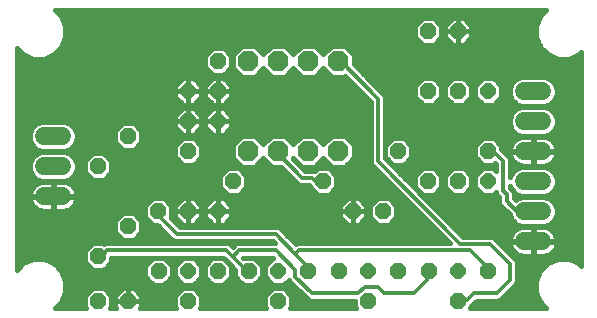
<source format=gbl>
G75*
%MOIN*%
%OFA0B0*%
%FSLAX24Y24*%
%IPPOS*%
%LPD*%
%AMOC8*
5,1,8,0,0,1.08239X$1,22.5*
%
%ADD10OC8,0.0520*%
%ADD11OC8,0.0680*%
%ADD12C,0.0600*%
%ADD13OC8,0.0515*%
%ADD14C,0.0120*%
%ADD15C,0.0160*%
D10*
X003200Y000680D03*
X004200Y000680D03*
X005210Y001680D03*
X006200Y000680D03*
X007190Y001680D03*
X008210Y001680D03*
X009200Y000680D03*
X010190Y001680D03*
X011210Y001680D03*
X012200Y000680D03*
X013190Y001680D03*
X014210Y001680D03*
X015200Y000680D03*
X016190Y001680D03*
X012700Y003680D03*
X011700Y003680D03*
X010700Y004680D03*
X013200Y005680D03*
X014200Y004680D03*
X015200Y004680D03*
X016200Y005680D03*
X015200Y007680D03*
X014200Y007680D03*
X014200Y009680D03*
X015200Y009680D03*
X007200Y008680D03*
X007200Y007680D03*
X006200Y006680D03*
X006200Y005680D03*
X007700Y004680D03*
X006200Y003680D03*
X005200Y003680D03*
X004200Y003180D03*
X003200Y002180D03*
X003200Y005180D03*
X004200Y006180D03*
D11*
X008200Y005680D03*
X009200Y005680D03*
X010200Y005680D03*
X011200Y005680D03*
X011200Y008680D03*
X010200Y008680D03*
X009200Y008680D03*
X008200Y008680D03*
D12*
X002000Y006180D02*
X001400Y006180D01*
X001400Y005180D02*
X002000Y005180D01*
X002000Y004180D02*
X001400Y004180D01*
X017400Y003680D02*
X018000Y003680D01*
X018000Y002680D02*
X017400Y002680D01*
X017400Y004680D02*
X018000Y004680D01*
X018000Y005680D02*
X017400Y005680D01*
X017400Y006680D02*
X018000Y006680D01*
X018000Y007680D02*
X017400Y007680D01*
D13*
X016200Y007680D03*
X016200Y004680D03*
X015200Y001680D03*
X012200Y001680D03*
X009200Y001680D03*
X006200Y001680D03*
X007200Y003680D03*
X007200Y006680D03*
X006200Y007680D03*
D14*
X009110Y005680D02*
X009200Y005680D01*
X009110Y005680D02*
X009990Y004800D01*
X010320Y004800D01*
X010430Y004690D01*
X010650Y004690D01*
X010700Y004680D01*
X012520Y005350D02*
X015270Y002600D01*
X016260Y002600D01*
X016920Y001940D01*
X016920Y001390D01*
X016480Y000950D01*
X015710Y000950D01*
X015490Y000730D01*
X015270Y000730D01*
X015200Y000680D01*
X014170Y001390D02*
X013730Y000950D01*
X012740Y000950D01*
X012520Y001170D01*
X012080Y001170D01*
X011860Y000950D01*
X010320Y000950D01*
X009770Y001500D01*
X009770Y001720D01*
X009110Y002380D01*
X007900Y002380D01*
X007680Y002160D01*
X008120Y001720D01*
X008210Y001680D01*
X007680Y002160D02*
X007460Y002380D01*
X003500Y002380D01*
X003280Y002160D01*
X003200Y002180D01*
X005150Y003590D02*
X005200Y003680D01*
X005150Y003590D02*
X005810Y002930D01*
X009110Y002930D01*
X009770Y002270D01*
X009880Y002380D01*
X015600Y002380D01*
X016150Y001830D01*
X016150Y001720D01*
X016190Y001680D01*
X014210Y001680D02*
X014170Y001610D01*
X014170Y001390D01*
X010190Y001680D02*
X010100Y001720D01*
X010100Y001940D01*
X009770Y002270D01*
X012520Y005350D02*
X012520Y007440D01*
X011310Y008650D01*
X011200Y008650D01*
X011200Y008680D01*
X016200Y005680D02*
X016370Y005680D01*
X016700Y005350D01*
X016700Y004360D01*
X016810Y004250D01*
X016810Y004030D01*
X017140Y003700D01*
X017690Y003700D01*
X017700Y003680D01*
D15*
X001967Y000667D02*
X001760Y000460D01*
X002798Y000460D01*
X002760Y000498D01*
X002760Y000862D01*
X003018Y001120D01*
X003382Y001120D01*
X003640Y000862D01*
X003640Y000498D01*
X003602Y000460D01*
X003798Y000460D01*
X003760Y000498D01*
X003760Y000680D01*
X004200Y000680D01*
X004200Y000680D01*
X004200Y001120D01*
X004382Y001120D01*
X004640Y000862D01*
X004640Y000680D01*
X004200Y000680D01*
X004200Y000680D01*
X004200Y000680D01*
X004200Y001120D01*
X004018Y001120D01*
X003760Y000862D01*
X003760Y000680D01*
X004200Y000680D01*
X004640Y000680D01*
X004640Y000498D01*
X004602Y000460D01*
X005798Y000460D01*
X005760Y000498D01*
X005760Y000862D01*
X006018Y001120D01*
X006382Y001120D01*
X006640Y000862D01*
X006640Y000498D01*
X006602Y000460D01*
X008798Y000460D01*
X008760Y000498D01*
X008760Y000862D01*
X009018Y001120D01*
X009382Y001120D01*
X009640Y000862D01*
X009640Y000498D01*
X009602Y000460D01*
X011798Y000460D01*
X011760Y000498D01*
X011760Y000710D01*
X010272Y000710D01*
X010184Y000747D01*
X009634Y001297D01*
X009567Y001364D01*
X009548Y001409D01*
X009381Y001243D01*
X009019Y001243D01*
X008763Y001499D01*
X008763Y001861D01*
X009019Y002117D01*
X009033Y002117D01*
X009011Y002140D01*
X008039Y002140D01*
X008059Y002120D01*
X008392Y002120D01*
X008650Y001862D01*
X008650Y001498D01*
X008392Y001240D01*
X008028Y001240D01*
X007770Y001498D01*
X007770Y001731D01*
X007544Y001957D01*
X007544Y001957D01*
X007361Y002140D01*
X003640Y002140D01*
X003640Y001998D01*
X003382Y001740D01*
X003018Y001740D01*
X002760Y001998D01*
X002760Y002362D01*
X003018Y002620D01*
X003382Y002620D01*
X003403Y002599D01*
X003452Y002620D01*
X007508Y002620D01*
X007596Y002583D01*
X007680Y002499D01*
X007764Y002583D01*
X007852Y002620D01*
X009081Y002620D01*
X009011Y002690D01*
X005762Y002690D01*
X005674Y002727D01*
X005161Y003240D01*
X005018Y003240D01*
X004760Y003498D01*
X004760Y003862D01*
X005018Y004120D01*
X005382Y004120D01*
X005640Y003862D01*
X005640Y003498D01*
X005611Y003469D01*
X005909Y003170D01*
X009158Y003170D01*
X009246Y003133D01*
X009313Y003066D01*
X009781Y002599D01*
X009832Y002620D01*
X014911Y002620D01*
X012317Y005214D01*
X012280Y005302D01*
X012280Y007341D01*
X011438Y008183D01*
X011415Y008160D01*
X010985Y008160D01*
X010700Y008445D01*
X010415Y008160D01*
X009985Y008160D01*
X009700Y008445D01*
X009415Y008160D01*
X008985Y008160D01*
X008700Y008445D01*
X008415Y008160D01*
X007985Y008160D01*
X007680Y008465D01*
X007680Y008895D01*
X007985Y009200D01*
X008415Y009200D01*
X008700Y008915D01*
X008985Y009200D01*
X009415Y009200D01*
X009700Y008915D01*
X009985Y009200D01*
X010415Y009200D01*
X010700Y008915D01*
X010985Y009200D01*
X011415Y009200D01*
X011720Y008895D01*
X011720Y008579D01*
X012656Y007643D01*
X012723Y007576D01*
X012760Y007488D01*
X012760Y005449D01*
X015369Y002840D01*
X016308Y002840D01*
X016396Y002803D01*
X017056Y002143D01*
X017123Y002076D01*
X017160Y001988D01*
X017160Y001342D01*
X017123Y001254D01*
X016683Y000814D01*
X017872Y000814D01*
X017933Y000667D02*
X018140Y000460D01*
X015602Y000460D01*
X015640Y000498D01*
X015640Y000541D01*
X015693Y000594D01*
X015809Y000710D01*
X016528Y000710D01*
X016616Y000747D01*
X016683Y000814D01*
X016842Y000973D02*
X017806Y000973D01*
X017795Y001000D02*
X017933Y000667D01*
X017945Y000656D02*
X015755Y000656D01*
X015639Y000497D02*
X018103Y000497D01*
X017795Y001000D02*
X017795Y001360D01*
X017933Y001693D01*
X018187Y001947D01*
X018520Y002085D01*
X018880Y002085D01*
X019213Y001947D01*
X019290Y001870D01*
X019290Y008990D01*
X019213Y008913D01*
X018880Y008775D01*
X018520Y008775D01*
X018187Y008913D01*
X017933Y009167D01*
X017795Y009500D01*
X017795Y009860D01*
X017933Y010193D01*
X018136Y010396D01*
X001764Y010396D01*
X001967Y010193D01*
X002105Y009860D01*
X002105Y009500D01*
X001967Y009167D01*
X001713Y008913D01*
X001380Y008775D01*
X001020Y008775D01*
X000687Y008913D01*
X000480Y009120D01*
X000480Y001740D01*
X000687Y001947D01*
X001020Y002085D01*
X001380Y002085D01*
X001713Y001947D01*
X001967Y001693D01*
X002105Y001360D01*
X002105Y001000D01*
X001967Y000667D01*
X001955Y000656D02*
X002760Y000656D01*
X002760Y000814D02*
X002028Y000814D01*
X002094Y000973D02*
X002870Y000973D01*
X003530Y000973D02*
X003870Y000973D01*
X003760Y000814D02*
X003640Y000814D01*
X003640Y000656D02*
X003760Y000656D01*
X003761Y000497D02*
X003639Y000497D01*
X004200Y000814D02*
X004200Y000814D01*
X004200Y000973D02*
X004200Y000973D01*
X004530Y000973D02*
X005870Y000973D01*
X005760Y000814D02*
X004640Y000814D01*
X004640Y000656D02*
X005760Y000656D01*
X005761Y000497D02*
X004639Y000497D01*
X005028Y001240D02*
X005392Y001240D01*
X005650Y001498D01*
X005650Y001862D01*
X005392Y002120D01*
X005028Y002120D01*
X004770Y001862D01*
X004770Y001498D01*
X005028Y001240D01*
X004978Y001290D02*
X002105Y001290D01*
X002105Y001131D02*
X009800Y001131D01*
X009641Y001290D02*
X009428Y001290D01*
X008972Y001290D02*
X008442Y001290D01*
X008600Y001448D02*
X008813Y001448D01*
X008763Y001607D02*
X008650Y001607D01*
X008650Y001765D02*
X008763Y001765D01*
X008825Y001924D02*
X008589Y001924D01*
X008430Y002082D02*
X008983Y002082D01*
X009663Y002716D02*
X014815Y002716D01*
X014656Y002875D02*
X009505Y002875D01*
X009346Y003033D02*
X014498Y003033D01*
X014339Y003192D02*
X005888Y003192D01*
X006018Y003240D02*
X006200Y003240D01*
X006382Y003240D01*
X006640Y003498D01*
X006640Y003680D01*
X006640Y003862D01*
X006382Y004120D01*
X006200Y004120D01*
X006200Y003680D01*
X006640Y003680D01*
X006200Y003680D01*
X006200Y003680D01*
X006200Y003680D01*
X006200Y003240D01*
X006200Y003680D01*
X006200Y003680D01*
X006200Y003680D01*
X005760Y003680D01*
X005760Y003862D01*
X006018Y004120D01*
X006200Y004120D01*
X006200Y003680D01*
X005760Y003680D01*
X005760Y003498D01*
X006018Y003240D01*
X005908Y003350D02*
X005729Y003350D01*
X005760Y003509D02*
X005640Y003509D01*
X005640Y003667D02*
X005760Y003667D01*
X005760Y003826D02*
X005640Y003826D01*
X005518Y003984D02*
X005882Y003984D01*
X006200Y003984D02*
X006200Y003984D01*
X006200Y003826D02*
X006200Y003826D01*
X006518Y003984D02*
X006885Y003984D01*
X006763Y003861D02*
X006763Y003680D01*
X007200Y003680D01*
X007637Y003680D01*
X007200Y003680D01*
X007200Y003680D01*
X007200Y003680D01*
X007200Y004117D01*
X007381Y004117D01*
X007637Y003861D01*
X007637Y003680D01*
X007637Y003499D01*
X007381Y003243D01*
X007200Y003243D01*
X007200Y003680D01*
X007200Y003680D01*
X007200Y003680D01*
X007200Y004117D01*
X007019Y004117D01*
X006763Y003861D01*
X006763Y003826D02*
X006640Y003826D01*
X006640Y003667D02*
X006763Y003667D01*
X006763Y003680D02*
X006763Y003499D01*
X007019Y003243D01*
X007200Y003243D01*
X007200Y003680D01*
X006763Y003680D01*
X006763Y003509D02*
X006640Y003509D01*
X006492Y003350D02*
X006911Y003350D01*
X007200Y003350D02*
X007200Y003350D01*
X007489Y003350D02*
X011408Y003350D01*
X011518Y003240D02*
X011700Y003240D01*
X011882Y003240D01*
X012140Y003498D01*
X012140Y003680D01*
X012140Y003862D01*
X011882Y004120D01*
X011700Y004120D01*
X011700Y003680D01*
X012140Y003680D01*
X011700Y003680D01*
X011700Y003680D01*
X011700Y003680D01*
X011700Y003240D01*
X011700Y003680D01*
X011700Y003680D01*
X011700Y003680D01*
X011260Y003680D01*
X011260Y003862D01*
X011518Y004120D01*
X011700Y004120D01*
X011700Y003680D01*
X011260Y003680D01*
X011260Y003498D01*
X011518Y003240D01*
X011700Y003350D02*
X011700Y003350D01*
X011700Y003509D02*
X011700Y003509D01*
X011700Y003667D02*
X011700Y003667D01*
X011700Y003826D02*
X011700Y003826D01*
X011700Y003984D02*
X011700Y003984D01*
X011382Y003984D02*
X007515Y003984D01*
X007637Y003826D02*
X011260Y003826D01*
X011260Y003667D02*
X007637Y003667D01*
X007637Y003509D02*
X011260Y003509D01*
X011992Y003350D02*
X012408Y003350D01*
X012518Y003240D02*
X012882Y003240D01*
X013140Y003498D01*
X013140Y003862D01*
X012882Y004120D01*
X012518Y004120D01*
X012260Y003862D01*
X012260Y003498D01*
X012518Y003240D01*
X012260Y003509D02*
X012140Y003509D01*
X012140Y003667D02*
X012260Y003667D01*
X012260Y003826D02*
X012140Y003826D01*
X012018Y003984D02*
X012382Y003984D01*
X013018Y003984D02*
X013547Y003984D01*
X013705Y003826D02*
X013140Y003826D01*
X013140Y003667D02*
X013864Y003667D01*
X014022Y003509D02*
X013140Y003509D01*
X012992Y003350D02*
X014181Y003350D01*
X014701Y003509D02*
X016951Y003509D01*
X016923Y003578D02*
X016993Y003408D01*
X017128Y003273D01*
X017305Y003200D01*
X018095Y003200D01*
X018272Y003273D01*
X018407Y003408D01*
X018480Y003585D01*
X018480Y003775D01*
X018407Y003952D01*
X018272Y004087D01*
X018095Y004160D01*
X017305Y004160D01*
X017128Y004087D01*
X017110Y004069D01*
X017050Y004129D01*
X017050Y004298D01*
X017013Y004386D01*
X016940Y004459D01*
X016940Y004536D01*
X016993Y004408D01*
X017128Y004273D01*
X017305Y004200D01*
X018095Y004200D01*
X018272Y004273D01*
X018407Y004408D01*
X018480Y004585D01*
X018480Y004775D01*
X018407Y004952D01*
X018272Y005087D01*
X018095Y005160D01*
X017305Y005160D01*
X017128Y005087D01*
X016993Y004952D01*
X016940Y004824D01*
X016940Y005398D01*
X016903Y005486D01*
X016640Y005749D01*
X016640Y005862D01*
X016382Y006120D01*
X016018Y006120D01*
X015760Y005862D01*
X015760Y005498D01*
X016018Y005240D01*
X016382Y005240D01*
X016426Y005284D01*
X016460Y005251D01*
X016460Y005039D01*
X016381Y005117D01*
X016019Y005117D01*
X015763Y004861D01*
X015763Y004499D01*
X016019Y004243D01*
X016381Y004243D01*
X016460Y004321D01*
X016460Y004312D01*
X016497Y004224D01*
X016564Y004157D01*
X016570Y004151D01*
X016570Y003982D01*
X016607Y003894D01*
X016674Y003827D01*
X016923Y003578D01*
X016834Y003667D02*
X014542Y003667D01*
X014384Y003826D02*
X016675Y003826D01*
X016570Y003984D02*
X014225Y003984D01*
X014067Y004143D02*
X016570Y004143D01*
X016465Y004301D02*
X016440Y004301D01*
X015960Y004301D02*
X015443Y004301D01*
X015382Y004240D02*
X015640Y004498D01*
X015640Y004862D01*
X015382Y005120D01*
X015018Y005120D01*
X014760Y004862D01*
X014760Y004498D01*
X015018Y004240D01*
X015382Y004240D01*
X015602Y004460D02*
X015802Y004460D01*
X015763Y004618D02*
X015640Y004618D01*
X015640Y004777D02*
X015763Y004777D01*
X015836Y004935D02*
X015567Y004935D01*
X015409Y005094D02*
X015995Y005094D01*
X016006Y005252D02*
X013394Y005252D01*
X013382Y005240D02*
X013640Y005498D01*
X013640Y005862D01*
X013382Y006120D01*
X013018Y006120D01*
X012760Y005862D01*
X012760Y005498D01*
X013018Y005240D01*
X013382Y005240D01*
X013553Y005411D02*
X015847Y005411D01*
X015760Y005569D02*
X013640Y005569D01*
X013640Y005728D02*
X015760Y005728D01*
X015784Y005886D02*
X013616Y005886D01*
X013458Y006045D02*
X015942Y006045D01*
X016458Y006045D02*
X017086Y006045D01*
X017087Y006046D02*
X017034Y005993D01*
X016989Y005932D01*
X016955Y005864D01*
X016932Y005792D01*
X016920Y005718D01*
X016920Y005700D01*
X017680Y005700D01*
X017680Y006160D01*
X017362Y006160D01*
X017288Y006148D01*
X017216Y006125D01*
X017148Y006091D01*
X017087Y006046D01*
X016966Y005886D02*
X016616Y005886D01*
X016662Y005728D02*
X016922Y005728D01*
X016920Y005660D02*
X016920Y005642D01*
X016932Y005568D01*
X016955Y005496D01*
X016989Y005428D01*
X017034Y005367D01*
X017087Y005314D01*
X017148Y005269D01*
X017216Y005235D01*
X017288Y005212D01*
X017362Y005200D01*
X017680Y005200D01*
X017680Y005660D01*
X017720Y005660D01*
X017720Y005700D01*
X017680Y005700D01*
X017680Y005660D01*
X016920Y005660D01*
X016932Y005569D02*
X016820Y005569D01*
X016935Y005411D02*
X017002Y005411D01*
X016940Y005252D02*
X017183Y005252D01*
X017144Y005094D02*
X016940Y005094D01*
X016940Y004935D02*
X016986Y004935D01*
X016460Y005094D02*
X016405Y005094D01*
X016394Y005252D02*
X016459Y005252D01*
X017680Y005252D02*
X017720Y005252D01*
X017720Y005200D02*
X018038Y005200D01*
X018112Y005212D01*
X018184Y005235D01*
X018252Y005269D01*
X018313Y005314D01*
X018366Y005367D01*
X018411Y005428D01*
X018445Y005496D01*
X018468Y005568D01*
X018480Y005642D01*
X018480Y005660D01*
X017720Y005660D01*
X017720Y005200D01*
X017720Y005411D02*
X017680Y005411D01*
X017680Y005569D02*
X017720Y005569D01*
X017720Y005700D02*
X018480Y005700D01*
X018480Y005718D01*
X018468Y005792D01*
X018445Y005864D01*
X018411Y005932D01*
X018366Y005993D01*
X018313Y006046D01*
X018252Y006091D01*
X018184Y006125D01*
X018112Y006148D01*
X018038Y006160D01*
X017720Y006160D01*
X017720Y005700D01*
X017720Y005728D02*
X017680Y005728D01*
X017680Y005886D02*
X017720Y005886D01*
X017720Y006045D02*
X017680Y006045D01*
X017305Y006200D02*
X017128Y006273D01*
X016993Y006408D01*
X016920Y006585D01*
X016920Y006775D01*
X016993Y006952D01*
X017128Y007087D01*
X017305Y007160D01*
X018095Y007160D01*
X018272Y007087D01*
X018407Y006952D01*
X018480Y006775D01*
X018480Y006585D01*
X018407Y006408D01*
X018272Y006273D01*
X018095Y006200D01*
X017305Y006200D01*
X017297Y006203D02*
X012760Y006203D01*
X012760Y006362D02*
X017040Y006362D01*
X016947Y006520D02*
X012760Y006520D01*
X012760Y006679D02*
X016920Y006679D01*
X016945Y006837D02*
X012760Y006837D01*
X012760Y006996D02*
X017037Y006996D01*
X017290Y007154D02*
X012760Y007154D01*
X012760Y007313D02*
X013945Y007313D01*
X014018Y007240D02*
X014382Y007240D01*
X014640Y007498D01*
X014640Y007862D01*
X014382Y008120D01*
X014018Y008120D01*
X013760Y007862D01*
X013760Y007498D01*
X014018Y007240D01*
X013787Y007471D02*
X012760Y007471D01*
X012670Y007630D02*
X013760Y007630D01*
X013760Y007788D02*
X012511Y007788D01*
X012353Y007947D02*
X013844Y007947D01*
X014003Y008105D02*
X012194Y008105D01*
X012036Y008264D02*
X019290Y008264D01*
X019290Y008422D02*
X011877Y008422D01*
X011720Y008581D02*
X019290Y008581D01*
X019290Y008739D02*
X011720Y008739D01*
X011718Y008898D02*
X018224Y008898D01*
X018044Y009056D02*
X011559Y009056D01*
X010841Y009056D02*
X010559Y009056D01*
X009841Y009056D02*
X009559Y009056D01*
X008841Y009056D02*
X008559Y009056D01*
X007841Y009056D02*
X007446Y009056D01*
X007382Y009120D02*
X007018Y009120D01*
X006760Y008862D01*
X006760Y008498D01*
X007018Y008240D01*
X007382Y008240D01*
X007640Y008498D01*
X007640Y008862D01*
X007382Y009120D01*
X007605Y008898D02*
X007682Y008898D01*
X007680Y008739D02*
X007640Y008739D01*
X007640Y008581D02*
X007680Y008581D01*
X007723Y008422D02*
X007564Y008422D01*
X007406Y008264D02*
X007881Y008264D01*
X007640Y007862D02*
X007382Y008120D01*
X007200Y008120D01*
X007200Y007680D01*
X007200Y007680D01*
X007640Y007680D01*
X007640Y007862D01*
X007640Y007788D02*
X011833Y007788D01*
X011991Y007630D02*
X007640Y007630D01*
X007640Y007680D02*
X007200Y007680D01*
X007200Y007680D01*
X007200Y007680D01*
X006760Y007680D01*
X006760Y007862D01*
X007018Y008120D01*
X007200Y008120D01*
X007200Y007680D01*
X007200Y007240D01*
X007382Y007240D01*
X007640Y007498D01*
X007640Y007680D01*
X007613Y007471D02*
X012150Y007471D01*
X012280Y007313D02*
X007455Y007313D01*
X007200Y007313D02*
X007200Y007313D01*
X007200Y007240D02*
X007018Y007240D01*
X006760Y007498D01*
X006760Y007680D01*
X007200Y007680D01*
X007200Y007680D01*
X007200Y007240D01*
X007200Y007117D02*
X007019Y007117D01*
X006763Y006861D01*
X006763Y006680D01*
X007200Y006680D01*
X007637Y006680D01*
X007200Y006680D01*
X007200Y006680D01*
X007200Y006680D01*
X007200Y007117D01*
X007381Y007117D01*
X007637Y006861D01*
X007637Y006680D01*
X007637Y006499D01*
X007381Y006243D01*
X007200Y006243D01*
X007200Y006680D01*
X007200Y006680D01*
X007200Y006680D01*
X007200Y007117D01*
X007200Y006996D02*
X007200Y006996D01*
X007503Y006996D02*
X012280Y006996D01*
X012280Y007154D02*
X000480Y007154D01*
X000480Y006996D02*
X005893Y006996D01*
X006018Y007120D02*
X005760Y006862D01*
X005760Y006680D01*
X006200Y006680D01*
X006200Y006680D01*
X006200Y007120D01*
X006382Y007120D01*
X006640Y006862D01*
X006640Y006680D01*
X006200Y006680D01*
X006200Y006680D01*
X006200Y006680D01*
X006200Y007120D01*
X006018Y007120D01*
X006019Y007243D02*
X006200Y007243D01*
X006381Y007243D01*
X006637Y007499D01*
X006637Y007680D01*
X006200Y007680D01*
X006637Y007680D01*
X006637Y007861D01*
X006381Y008117D01*
X006200Y008117D01*
X006019Y008117D01*
X005763Y007861D01*
X005763Y007680D01*
X006200Y007680D01*
X006200Y007680D01*
X006200Y007680D01*
X006200Y008117D01*
X006200Y007680D01*
X006200Y007243D01*
X006200Y007680D01*
X006200Y007680D01*
X006200Y007680D01*
X005763Y007680D01*
X005763Y007499D01*
X006019Y007243D01*
X005949Y007313D02*
X000480Y007313D01*
X000480Y007471D02*
X005790Y007471D01*
X005763Y007630D02*
X000480Y007630D01*
X000480Y007788D02*
X005763Y007788D01*
X005848Y007947D02*
X000480Y007947D01*
X000480Y008105D02*
X006006Y008105D01*
X006200Y008105D02*
X006200Y008105D01*
X006200Y007947D02*
X006200Y007947D01*
X006394Y008105D02*
X007003Y008105D01*
X007200Y008105D02*
X007200Y008105D01*
X007200Y007947D02*
X007200Y007947D01*
X007397Y008105D02*
X011516Y008105D01*
X011674Y007947D02*
X007556Y007947D01*
X007200Y007788D02*
X007200Y007788D01*
X007200Y007630D02*
X007200Y007630D01*
X007200Y007471D02*
X007200Y007471D01*
X006945Y007313D02*
X006451Y007313D01*
X006610Y007471D02*
X006787Y007471D01*
X006760Y007630D02*
X006637Y007630D01*
X006637Y007788D02*
X006760Y007788D01*
X006844Y007947D02*
X006552Y007947D01*
X006200Y007788D02*
X006200Y007788D01*
X006200Y007630D02*
X006200Y007630D01*
X006200Y007471D02*
X006200Y007471D01*
X006200Y007313D02*
X006200Y007313D01*
X006200Y006996D02*
X006200Y006996D01*
X006507Y006996D02*
X006897Y006996D01*
X006763Y006837D02*
X006640Y006837D01*
X006640Y006680D02*
X006200Y006680D01*
X006200Y006240D01*
X006382Y006240D01*
X006640Y006498D01*
X006640Y006680D01*
X006640Y006679D02*
X006763Y006679D01*
X006763Y006680D02*
X006763Y006499D01*
X007019Y006243D01*
X007200Y006243D01*
X007200Y006680D01*
X006763Y006680D01*
X006763Y006520D02*
X006640Y006520D01*
X006504Y006362D02*
X006900Y006362D01*
X007200Y006362D02*
X007200Y006362D01*
X007500Y006362D02*
X012280Y006362D01*
X012280Y006203D02*
X004640Y006203D01*
X004640Y006362D02*
X005896Y006362D01*
X006018Y006240D02*
X005760Y006498D01*
X005760Y006680D01*
X006200Y006680D01*
X006200Y006680D01*
X006200Y006240D01*
X006018Y006240D01*
X006018Y006120D02*
X005760Y005862D01*
X005760Y005498D01*
X006018Y005240D01*
X006382Y005240D01*
X006640Y005498D01*
X006640Y005862D01*
X006382Y006120D01*
X006018Y006120D01*
X005942Y006045D02*
X004640Y006045D01*
X004640Y005998D02*
X004382Y005740D01*
X004018Y005740D01*
X003760Y005998D01*
X003760Y006362D01*
X004018Y006620D01*
X004382Y006620D01*
X004640Y006362D01*
X004640Y005998D01*
X004528Y005886D02*
X005784Y005886D01*
X005760Y005728D02*
X002162Y005728D01*
X002095Y005700D02*
X002272Y005773D01*
X002407Y005908D01*
X002480Y006085D01*
X002480Y006275D01*
X002407Y006452D01*
X002272Y006587D01*
X002095Y006660D01*
X001305Y006660D01*
X001128Y006587D01*
X000993Y006452D01*
X000920Y006275D01*
X000920Y006085D01*
X000993Y005908D01*
X001128Y005773D01*
X001305Y005700D01*
X002095Y005700D01*
X002095Y005660D02*
X002272Y005587D01*
X002407Y005452D01*
X002480Y005275D01*
X002480Y005085D01*
X002407Y004908D01*
X002272Y004773D01*
X002095Y004700D01*
X001305Y004700D01*
X001128Y004773D01*
X000993Y004908D01*
X000920Y005085D01*
X000920Y005275D01*
X000993Y005452D01*
X001128Y005587D01*
X001305Y005660D01*
X002095Y005660D01*
X002290Y005569D02*
X002967Y005569D01*
X003018Y005620D02*
X002760Y005362D01*
X002760Y004998D01*
X003018Y004740D01*
X003382Y004740D01*
X003640Y004998D01*
X003640Y005362D01*
X003382Y005620D01*
X003018Y005620D01*
X002808Y005411D02*
X002424Y005411D01*
X002480Y005252D02*
X002760Y005252D01*
X002760Y005094D02*
X002480Y005094D01*
X002418Y004935D02*
X002823Y004935D01*
X002981Y004777D02*
X002275Y004777D01*
X002198Y004618D02*
X007260Y004618D01*
X007260Y004498D02*
X007518Y004240D01*
X007882Y004240D01*
X008140Y004498D01*
X008140Y004862D01*
X007882Y005120D01*
X007518Y005120D01*
X007260Y004862D01*
X007260Y004498D01*
X007298Y004460D02*
X002390Y004460D01*
X002411Y004432D02*
X002366Y004493D01*
X002313Y004546D01*
X002252Y004591D01*
X002184Y004625D01*
X002112Y004648D01*
X002038Y004660D01*
X001720Y004660D01*
X001720Y004200D01*
X001680Y004200D01*
X001680Y004660D01*
X001362Y004660D01*
X001288Y004648D01*
X001216Y004625D01*
X001148Y004591D01*
X001087Y004546D01*
X001034Y004493D01*
X000989Y004432D01*
X000955Y004364D01*
X000932Y004292D01*
X000920Y004218D01*
X000920Y004200D01*
X001680Y004200D01*
X001680Y004160D01*
X001720Y004160D01*
X001720Y004200D01*
X002480Y004200D01*
X002480Y004218D01*
X002468Y004292D01*
X002445Y004364D01*
X002411Y004432D01*
X002465Y004301D02*
X007457Y004301D01*
X007943Y004301D02*
X010457Y004301D01*
X010518Y004240D02*
X010882Y004240D01*
X011140Y004498D01*
X011140Y004862D01*
X010882Y005120D01*
X010518Y005120D01*
X010417Y005019D01*
X010368Y005040D01*
X010089Y005040D01*
X009692Y005437D01*
X009700Y005445D01*
X009985Y005160D01*
X010415Y005160D01*
X010700Y005445D01*
X010985Y005160D01*
X011415Y005160D01*
X011720Y005465D01*
X011720Y005895D01*
X011415Y006200D01*
X010985Y006200D01*
X010700Y005915D01*
X010415Y006200D01*
X009985Y006200D01*
X009700Y005915D01*
X009415Y006200D01*
X008985Y006200D01*
X008700Y005915D01*
X008415Y006200D01*
X007985Y006200D01*
X007680Y005895D01*
X007680Y005465D01*
X007985Y005160D01*
X008415Y005160D01*
X008700Y005445D01*
X008985Y005160D01*
X009291Y005160D01*
X009854Y004597D01*
X009942Y004560D01*
X010221Y004560D01*
X010260Y004521D01*
X010260Y004498D01*
X010518Y004240D01*
X010298Y004460D02*
X008102Y004460D01*
X008140Y004618D02*
X009833Y004618D01*
X009674Y004777D02*
X008140Y004777D01*
X008067Y004935D02*
X009516Y004935D01*
X009357Y005094D02*
X007909Y005094D01*
X007893Y005252D02*
X006394Y005252D01*
X006553Y005411D02*
X007734Y005411D01*
X007680Y005569D02*
X006640Y005569D01*
X006640Y005728D02*
X007680Y005728D01*
X007680Y005886D02*
X006616Y005886D01*
X006458Y006045D02*
X007829Y006045D01*
X008571Y006045D02*
X008829Y006045D01*
X009571Y006045D02*
X009829Y006045D01*
X010571Y006045D02*
X010829Y006045D01*
X011571Y006045D02*
X012280Y006045D01*
X012280Y005886D02*
X011720Y005886D01*
X011720Y005728D02*
X012280Y005728D01*
X012280Y005569D02*
X011720Y005569D01*
X011666Y005411D02*
X012280Y005411D01*
X012301Y005252D02*
X011507Y005252D01*
X011067Y004935D02*
X012596Y004935D01*
X012437Y005094D02*
X010909Y005094D01*
X010893Y005252D02*
X010507Y005252D01*
X010666Y005411D02*
X010734Y005411D01*
X010491Y005094D02*
X010036Y005094D01*
X009893Y005252D02*
X009877Y005252D01*
X009734Y005411D02*
X009719Y005411D01*
X008893Y005252D02*
X008507Y005252D01*
X008666Y005411D02*
X008734Y005411D01*
X007491Y005094D02*
X003640Y005094D01*
X003577Y004935D02*
X007333Y004935D01*
X007260Y004777D02*
X003419Y004777D01*
X003640Y005252D02*
X006006Y005252D01*
X005847Y005411D02*
X003592Y005411D01*
X003433Y005569D02*
X005760Y005569D01*
X006200Y006362D02*
X006200Y006362D01*
X006200Y006520D02*
X006200Y006520D01*
X006200Y006679D02*
X006200Y006679D01*
X006200Y006837D02*
X006200Y006837D01*
X005760Y006837D02*
X000480Y006837D01*
X000480Y006679D02*
X005760Y006679D01*
X005760Y006520D02*
X004482Y006520D01*
X003918Y006520D02*
X002339Y006520D01*
X002444Y006362D02*
X003760Y006362D01*
X003760Y006203D02*
X002480Y006203D01*
X002463Y006045D02*
X003760Y006045D01*
X003872Y005886D02*
X002385Y005886D01*
X001238Y005728D02*
X000480Y005728D01*
X000480Y005569D02*
X001110Y005569D01*
X000976Y005411D02*
X000480Y005411D01*
X000480Y005252D02*
X000920Y005252D01*
X000920Y005094D02*
X000480Y005094D01*
X000480Y004935D02*
X000982Y004935D01*
X001125Y004777D02*
X000480Y004777D01*
X000480Y004618D02*
X001202Y004618D01*
X001010Y004460D02*
X000480Y004460D01*
X000480Y004301D02*
X000935Y004301D01*
X000920Y004160D02*
X000920Y004142D01*
X000932Y004068D01*
X000955Y003996D01*
X000989Y003928D01*
X001034Y003867D01*
X001087Y003814D01*
X001148Y003769D01*
X001216Y003735D01*
X001288Y003712D01*
X001362Y003700D01*
X001680Y003700D01*
X001680Y004160D01*
X000920Y004160D01*
X000920Y004143D02*
X000480Y004143D01*
X000480Y003984D02*
X000961Y003984D01*
X001076Y003826D02*
X000480Y003826D01*
X000480Y003667D02*
X004760Y003667D01*
X004760Y003509D02*
X004494Y003509D01*
X004382Y003620D02*
X004018Y003620D01*
X003760Y003362D01*
X003760Y002998D01*
X004018Y002740D01*
X004382Y002740D01*
X004640Y002998D01*
X004640Y003362D01*
X004382Y003620D01*
X004760Y003826D02*
X002324Y003826D01*
X002313Y003814D02*
X002366Y003867D01*
X002411Y003928D01*
X002445Y003996D01*
X002468Y004068D01*
X002480Y004142D01*
X002480Y004160D01*
X001720Y004160D01*
X001720Y003700D01*
X002038Y003700D01*
X002112Y003712D01*
X002184Y003735D01*
X002252Y003769D01*
X002313Y003814D01*
X002439Y003984D02*
X004882Y003984D01*
X003906Y003509D02*
X000480Y003509D01*
X000480Y003350D02*
X003760Y003350D01*
X003760Y003192D02*
X000480Y003192D01*
X000480Y003033D02*
X003760Y003033D01*
X003883Y002875D02*
X000480Y002875D01*
X000480Y002716D02*
X005699Y002716D01*
X005526Y002875D02*
X004517Y002875D01*
X004640Y003033D02*
X005368Y003033D01*
X005209Y003192D02*
X004640Y003192D01*
X004640Y003350D02*
X004908Y003350D01*
X006200Y003350D02*
X006200Y003350D01*
X006200Y003509D02*
X006200Y003509D01*
X006200Y003667D02*
X006200Y003667D01*
X007200Y003667D02*
X007200Y003667D01*
X007200Y003509D02*
X007200Y003509D01*
X007200Y003826D02*
X007200Y003826D01*
X007200Y003984D02*
X007200Y003984D01*
X007622Y002558D02*
X007738Y002558D01*
X007372Y002120D02*
X007008Y002120D01*
X006750Y001862D01*
X006750Y001498D01*
X007008Y001240D01*
X007372Y001240D01*
X007630Y001498D01*
X007630Y001862D01*
X007372Y002120D01*
X007410Y002082D02*
X007419Y002082D01*
X007569Y001924D02*
X007577Y001924D01*
X007630Y001765D02*
X007736Y001765D01*
X007770Y001607D02*
X007630Y001607D01*
X007580Y001448D02*
X007820Y001448D01*
X007978Y001290D02*
X007422Y001290D01*
X006958Y001290D02*
X006428Y001290D01*
X006381Y001243D02*
X006637Y001499D01*
X006637Y001861D01*
X006381Y002117D01*
X006019Y002117D01*
X005763Y001861D01*
X005763Y001499D01*
X006019Y001243D01*
X006381Y001243D01*
X006587Y001448D02*
X006800Y001448D01*
X006750Y001607D02*
X006637Y001607D01*
X006637Y001765D02*
X006750Y001765D01*
X006811Y001924D02*
X006575Y001924D01*
X006417Y002082D02*
X006970Y002082D01*
X005983Y002082D02*
X005430Y002082D01*
X005589Y001924D02*
X005825Y001924D01*
X005763Y001765D02*
X005650Y001765D01*
X005650Y001607D02*
X005763Y001607D01*
X005813Y001448D02*
X005600Y001448D01*
X005442Y001290D02*
X005972Y001290D01*
X006530Y000973D02*
X008870Y000973D01*
X008760Y000814D02*
X006640Y000814D01*
X006640Y000656D02*
X008760Y000656D01*
X008761Y000497D02*
X006639Y000497D01*
X004820Y001448D02*
X002069Y001448D01*
X002003Y001607D02*
X004770Y001607D01*
X004770Y001765D02*
X003407Y001765D01*
X003566Y001924D02*
X004831Y001924D01*
X004990Y002082D02*
X003640Y002082D01*
X002993Y001765D02*
X001895Y001765D01*
X001736Y001924D02*
X002834Y001924D01*
X002760Y002082D02*
X001387Y002082D01*
X001013Y002082D02*
X000480Y002082D01*
X000480Y002241D02*
X002760Y002241D01*
X002797Y002399D02*
X000480Y002399D01*
X000480Y002558D02*
X002955Y002558D01*
X000664Y001924D02*
X000480Y001924D01*
X000480Y001765D02*
X000505Y001765D01*
X001797Y000497D02*
X002761Y000497D01*
X001720Y003826D02*
X001680Y003826D01*
X001680Y003984D02*
X001720Y003984D01*
X001720Y004143D02*
X001680Y004143D01*
X001680Y004301D02*
X001720Y004301D01*
X001720Y004460D02*
X001680Y004460D01*
X001680Y004618D02*
X001720Y004618D01*
X002480Y004143D02*
X013388Y004143D01*
X013230Y004301D02*
X010943Y004301D01*
X011102Y004460D02*
X013071Y004460D01*
X012913Y004618D02*
X011140Y004618D01*
X011140Y004777D02*
X012754Y004777D01*
X013274Y004935D02*
X013833Y004935D01*
X013760Y004862D02*
X013760Y004498D01*
X014018Y004240D01*
X014382Y004240D01*
X014640Y004498D01*
X014640Y004862D01*
X014382Y005120D01*
X014018Y005120D01*
X013760Y004862D01*
X013760Y004777D02*
X013433Y004777D01*
X013591Y004618D02*
X013760Y004618D01*
X013750Y004460D02*
X013798Y004460D01*
X013908Y004301D02*
X013957Y004301D01*
X014443Y004301D02*
X014957Y004301D01*
X014798Y004460D02*
X014602Y004460D01*
X014640Y004618D02*
X014760Y004618D01*
X014760Y004777D02*
X014640Y004777D01*
X014567Y004935D02*
X014833Y004935D01*
X014991Y005094D02*
X014409Y005094D01*
X013991Y005094D02*
X013116Y005094D01*
X013006Y005252D02*
X012957Y005252D01*
X012847Y005411D02*
X012799Y005411D01*
X012760Y005569D02*
X012760Y005569D01*
X012760Y005728D02*
X012760Y005728D01*
X012760Y005886D02*
X012784Y005886D01*
X012760Y006045D02*
X012942Y006045D01*
X012280Y006520D02*
X007637Y006520D01*
X007637Y006679D02*
X012280Y006679D01*
X012280Y006837D02*
X007637Y006837D01*
X007200Y006837D02*
X007200Y006837D01*
X007200Y006679D02*
X007200Y006679D01*
X007200Y006520D02*
X007200Y006520D01*
X006994Y008264D02*
X000480Y008264D01*
X000480Y008422D02*
X006836Y008422D01*
X006760Y008581D02*
X000480Y008581D01*
X000480Y008739D02*
X006760Y008739D01*
X006795Y008898D02*
X001676Y008898D01*
X001856Y009056D02*
X006954Y009056D01*
X008519Y008264D02*
X008881Y008264D01*
X008723Y008422D02*
X008677Y008422D01*
X009519Y008264D02*
X009881Y008264D01*
X009723Y008422D02*
X009677Y008422D01*
X010519Y008264D02*
X010881Y008264D01*
X010723Y008422D02*
X010677Y008422D01*
X013760Y009498D02*
X014018Y009240D01*
X014382Y009240D01*
X014640Y009498D01*
X014640Y009862D01*
X014382Y010120D01*
X014018Y010120D01*
X013760Y009862D01*
X013760Y009498D01*
X013760Y009532D02*
X002105Y009532D01*
X002052Y009373D02*
X013885Y009373D01*
X013760Y009690D02*
X002105Y009690D01*
X002105Y009849D02*
X013760Y009849D01*
X013905Y010007D02*
X002044Y010007D01*
X001978Y010166D02*
X017922Y010166D01*
X017856Y010007D02*
X015495Y010007D01*
X015382Y010120D02*
X015200Y010120D01*
X015200Y009680D01*
X015640Y009680D01*
X015640Y009862D01*
X015382Y010120D01*
X015200Y010120D02*
X015018Y010120D01*
X014760Y009862D01*
X014760Y009680D01*
X015200Y009680D01*
X015200Y009680D01*
X015200Y009680D01*
X015640Y009680D01*
X015640Y009498D01*
X015382Y009240D01*
X015200Y009240D01*
X015200Y009680D01*
X015200Y009680D01*
X015200Y009680D01*
X015200Y010120D01*
X015200Y010007D02*
X015200Y010007D01*
X015200Y009849D02*
X015200Y009849D01*
X015200Y009690D02*
X015200Y009690D01*
X015200Y009680D02*
X014760Y009680D01*
X014760Y009498D01*
X015018Y009240D01*
X015200Y009240D01*
X015200Y009680D01*
X015200Y009532D02*
X015200Y009532D01*
X015200Y009373D02*
X015200Y009373D01*
X015515Y009373D02*
X017848Y009373D01*
X017795Y009532D02*
X015640Y009532D01*
X015640Y009690D02*
X017795Y009690D01*
X017795Y009849D02*
X015640Y009849D01*
X014905Y010007D02*
X014495Y010007D01*
X014640Y009849D02*
X014760Y009849D01*
X014760Y009690D02*
X014640Y009690D01*
X014640Y009532D02*
X014760Y009532D01*
X014885Y009373D02*
X014515Y009373D01*
X014397Y008105D02*
X015003Y008105D01*
X015018Y008120D02*
X014760Y007862D01*
X014760Y007498D01*
X015018Y007240D01*
X015382Y007240D01*
X015640Y007498D01*
X015640Y007862D01*
X015382Y008120D01*
X015018Y008120D01*
X014844Y007947D02*
X014556Y007947D01*
X014640Y007788D02*
X014760Y007788D01*
X014760Y007630D02*
X014640Y007630D01*
X014613Y007471D02*
X014787Y007471D01*
X014945Y007313D02*
X014455Y007313D01*
X015455Y007313D02*
X015949Y007313D01*
X016019Y007243D02*
X016381Y007243D01*
X016637Y007499D01*
X016637Y007861D01*
X016381Y008117D01*
X016019Y008117D01*
X015763Y007861D01*
X015763Y007499D01*
X016019Y007243D01*
X015790Y007471D02*
X015613Y007471D01*
X015640Y007630D02*
X015763Y007630D01*
X015763Y007788D02*
X015640Y007788D01*
X015556Y007947D02*
X015848Y007947D01*
X016006Y008105D02*
X015397Y008105D01*
X016394Y008105D02*
X017172Y008105D01*
X017128Y008087D02*
X016993Y007952D01*
X016920Y007775D01*
X016920Y007585D01*
X016993Y007408D01*
X017128Y007273D01*
X017305Y007200D01*
X018095Y007200D01*
X018272Y007273D01*
X018407Y007408D01*
X018480Y007585D01*
X018480Y007775D01*
X018407Y007952D01*
X018272Y008087D01*
X018095Y008160D01*
X017305Y008160D01*
X017128Y008087D01*
X016991Y007947D02*
X016552Y007947D01*
X016637Y007788D02*
X016925Y007788D01*
X016920Y007630D02*
X016637Y007630D01*
X016610Y007471D02*
X016967Y007471D01*
X017089Y007313D02*
X016451Y007313D01*
X018110Y007154D02*
X019290Y007154D01*
X019290Y006996D02*
X018363Y006996D01*
X018455Y006837D02*
X019290Y006837D01*
X019290Y006679D02*
X018480Y006679D01*
X018453Y006520D02*
X019290Y006520D01*
X019290Y006362D02*
X018360Y006362D01*
X018103Y006203D02*
X019290Y006203D01*
X019290Y006045D02*
X018314Y006045D01*
X018434Y005886D02*
X019290Y005886D01*
X019290Y005728D02*
X018478Y005728D01*
X018468Y005569D02*
X019290Y005569D01*
X019290Y005411D02*
X018398Y005411D01*
X018217Y005252D02*
X019290Y005252D01*
X019290Y005094D02*
X018256Y005094D01*
X018414Y004935D02*
X019290Y004935D01*
X019290Y004777D02*
X018480Y004777D01*
X018480Y004618D02*
X019290Y004618D01*
X019290Y004460D02*
X018428Y004460D01*
X018300Y004301D02*
X019290Y004301D01*
X019290Y004143D02*
X018138Y004143D01*
X018375Y003984D02*
X019290Y003984D01*
X019290Y003826D02*
X018459Y003826D01*
X018480Y003667D02*
X019290Y003667D01*
X019290Y003509D02*
X018449Y003509D01*
X018349Y003350D02*
X019290Y003350D01*
X019290Y003192D02*
X015018Y003192D01*
X014859Y003350D02*
X017051Y003350D01*
X017148Y003091D02*
X017087Y003046D01*
X017034Y002993D01*
X016989Y002932D01*
X016955Y002864D01*
X016932Y002792D01*
X016920Y002718D01*
X016920Y002700D01*
X017680Y002700D01*
X017680Y003160D01*
X017362Y003160D01*
X017288Y003148D01*
X017216Y003125D01*
X017148Y003091D01*
X017074Y003033D02*
X015176Y003033D01*
X015335Y002875D02*
X016960Y002875D01*
X016920Y002716D02*
X016483Y002716D01*
X016642Y002558D02*
X016935Y002558D01*
X016932Y002568D02*
X016955Y002496D01*
X016989Y002428D01*
X017034Y002367D01*
X017087Y002314D01*
X017148Y002269D01*
X017216Y002235D01*
X017288Y002212D01*
X017362Y002200D01*
X017680Y002200D01*
X017680Y002660D01*
X017720Y002660D01*
X017720Y002700D01*
X017680Y002700D01*
X017680Y002660D01*
X016920Y002660D01*
X016920Y002642D01*
X016932Y002568D01*
X017011Y002399D02*
X016800Y002399D01*
X016959Y002241D02*
X017205Y002241D01*
X017117Y002082D02*
X018513Y002082D01*
X018313Y002314D02*
X018366Y002367D01*
X018411Y002428D01*
X018445Y002496D01*
X018468Y002568D01*
X018480Y002642D01*
X018480Y002660D01*
X017720Y002660D01*
X017720Y002200D01*
X018038Y002200D01*
X018112Y002212D01*
X018184Y002235D01*
X018252Y002269D01*
X018313Y002314D01*
X018389Y002399D02*
X019290Y002399D01*
X019290Y002558D02*
X018465Y002558D01*
X018480Y002700D02*
X018480Y002718D01*
X018468Y002792D01*
X018445Y002864D01*
X018411Y002932D01*
X018366Y002993D01*
X018313Y003046D01*
X018252Y003091D01*
X018184Y003125D01*
X018112Y003148D01*
X018038Y003160D01*
X017720Y003160D01*
X017720Y002700D01*
X018480Y002700D01*
X018480Y002716D02*
X019290Y002716D01*
X019290Y002875D02*
X018440Y002875D01*
X018326Y003033D02*
X019290Y003033D01*
X019290Y002241D02*
X018195Y002241D01*
X017720Y002241D02*
X017680Y002241D01*
X017680Y002399D02*
X017720Y002399D01*
X017720Y002558D02*
X017680Y002558D01*
X017680Y002716D02*
X017720Y002716D01*
X017720Y002875D02*
X017680Y002875D01*
X017680Y003033D02*
X017720Y003033D01*
X018887Y002082D02*
X019290Y002082D01*
X019290Y001924D02*
X019236Y001924D01*
X018164Y001924D02*
X017160Y001924D01*
X017160Y001765D02*
X018005Y001765D01*
X017897Y001607D02*
X017160Y001607D01*
X017160Y001448D02*
X017831Y001448D01*
X017795Y001290D02*
X017138Y001290D01*
X017000Y001131D02*
X017795Y001131D01*
X017262Y004143D02*
X017050Y004143D01*
X017049Y004301D02*
X017100Y004301D01*
X016972Y004460D02*
X016940Y004460D01*
X018311Y007313D02*
X019290Y007313D01*
X019290Y007471D02*
X018433Y007471D01*
X018480Y007630D02*
X019290Y007630D01*
X019290Y007788D02*
X018475Y007788D01*
X018409Y007947D02*
X019290Y007947D01*
X019290Y008105D02*
X018228Y008105D01*
X019176Y008898D02*
X019290Y008898D01*
X017913Y009215D02*
X001987Y009215D01*
X000724Y008898D02*
X000480Y008898D01*
X000480Y009056D02*
X000544Y009056D01*
X001836Y010324D02*
X018064Y010324D01*
X001061Y006520D02*
X000480Y006520D01*
X000480Y006362D02*
X000956Y006362D01*
X000920Y006203D02*
X000480Y006203D01*
X000480Y006045D02*
X000937Y006045D01*
X001015Y005886D02*
X000480Y005886D01*
X009530Y000973D02*
X009958Y000973D01*
X010117Y000814D02*
X009640Y000814D01*
X009640Y000656D02*
X011760Y000656D01*
X011761Y000497D02*
X009639Y000497D01*
M02*

</source>
